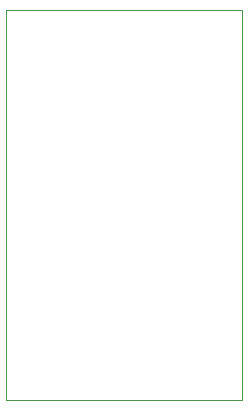
<source format=gbr>
%TF.GenerationSoftware,KiCad,Pcbnew,9.0.1+dfsg-1*%
%TF.CreationDate,2025-05-01T11:07:50+02:00*%
%TF.ProjectId,usb-c-power-in,7573622d-632d-4706-9f77-65722d696e2e,rev?*%
%TF.SameCoordinates,Original*%
%TF.FileFunction,Profile,NP*%
%FSLAX46Y46*%
G04 Gerber Fmt 4.6, Leading zero omitted, Abs format (unit mm)*
G04 Created by KiCad (PCBNEW 9.0.1+dfsg-1) date 2025-05-01 11:07:50*
%MOMM*%
%LPD*%
G01*
G04 APERTURE LIST*
%TA.AperFunction,Profile*%
%ADD10C,0.050000*%
%TD*%
G04 APERTURE END LIST*
D10*
%TO.C,M1*%
X40128000Y-27000200D02*
X40128000Y-60020200D01*
X40128000Y-27000200D02*
X60128000Y-27000200D01*
X40128000Y-60020200D02*
X60128000Y-60020200D01*
X60128000Y-27000200D02*
X60128000Y-60020200D01*
%TD*%
M02*

</source>
